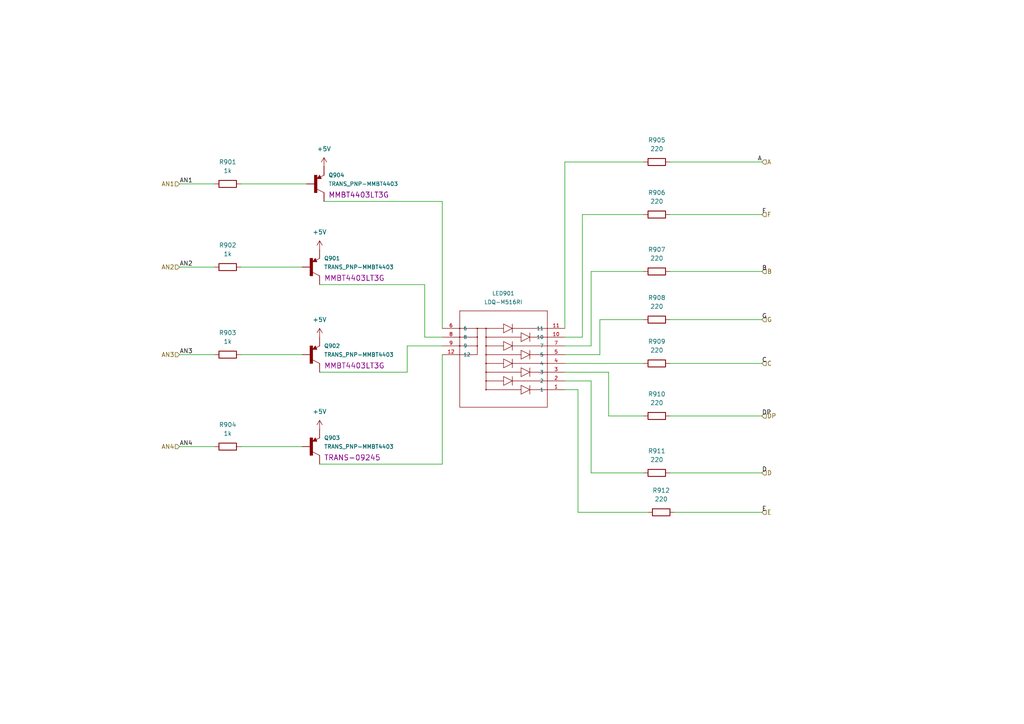
<source format=kicad_sch>
(kicad_sch (version 20211123) (generator eeschema)
  (paper "A4")
  (lib_symbols
    (symbol "Device:R" (pin_numbers hide) (pin_names (offset 0))
      (property "Reference" "R" (at 2.032 0 90))
      (property "Value" "R" (at 0 0 90))
      (symbol "R_0_1"
        (rectangle (start -1.016 -2.54) (end 1.016 2.54) (stroke (width 0.254)))
      )
      (symbol "R_1_1"
        (pin passive line (at 0 3.81 270) (length 1.27) (name "~") (number "1"))
        (pin passive line (at 0 -3.81 90) (length 1.27) (name "~") (number "2"))
      )
    )
    (symbol "LDQ-M516RI:LDQ-M516RI" (pin_names (offset 1.016))
      (property "Reference" "LED" (at 15.5956 9.1186 0))
      (property "Value" "LDQ-M516RI" (at 14.9606 6.5786 0))
      (symbol "LDQ-M516RI_1_0"
        (polyline (pts (xy 7.62 -22.86) (xy 33.02 -22.86)))
        (polyline (pts (xy 7.62 -7.62) (xy 7.62 -22.86)))
        (polyline (pts (xy 7.62 -7.62) (xy 12.7 -7.62)))
        (polyline (pts (xy 7.62 -5.08) (xy 7.62 -7.62)))
        (polyline (pts (xy 7.62 -2.54) (xy 7.62 -5.08)))
        (polyline (pts (xy 7.62 -2.54) (xy 7.747 -2.54)))
        (polyline (pts (xy 7.62 0) (xy 7.62 -2.54)))
        (polyline (pts (xy 7.62 0) (xy 7.747 0)))
        (polyline (pts (xy 7.62 5.08) (xy 7.62 0)))
        (polyline (pts (xy 7.747 -5.08) (xy 7.62 -5.08)))
        (polyline (pts (xy 7.747 -2.54) (xy 12.573 -2.54)))
        (polyline (pts (xy 7.747 0) (xy 12.573 0)))
        (polyline (pts (xy 12.573 -5.08) (xy 7.747 -5.08)))
        (polyline (pts (xy 12.573 -2.54) (xy 12.7 -2.54)))
        (polyline (pts (xy 12.573 0) (xy 12.7 0)))
        (polyline (pts (xy 12.7 -7.62) (xy 12.7 -5.08)))
        (polyline (pts (xy 12.7 -5.08) (xy 12.573 -5.08)))
        (polyline (pts (xy 12.7 -5.08) (xy 12.7 -2.54)))
        (polyline (pts (xy 12.7 -2.54) (xy 12.7 0)))
        (polyline (pts (xy 12.7 0) (xy 12.827 0)))
        (polyline (pts (xy 12.827 0) (xy 15.113 0)))
        (polyline (pts (xy 15.113 0) (xy 15.24 0)))
        (polyline (pts (xy 15.24 -17.78) (xy 15.367 -17.78)))
        (polyline (pts (xy 15.24 -15.24) (xy 15.24 -17.78)))
        (polyline (pts (xy 15.24 -15.24) (xy 15.367 -15.24)))
        (polyline (pts (xy 15.24 -12.7) (xy 15.24 -15.24)))
        (polyline (pts (xy 15.24 -12.7) (xy 15.367 -12.7)))
        (polyline (pts (xy 15.24 -10.16) (xy 15.24 -12.7)))
        (polyline (pts (xy 15.24 -10.16) (xy 15.367 -10.16)))
        (polyline (pts (xy 15.24 -7.62) (xy 15.24 -10.16)))
        (polyline (pts (xy 15.24 -7.62) (xy 15.367 -7.62)))
        (polyline (pts (xy 15.24 -5.08) (xy 15.24 -7.62)))
        (polyline (pts (xy 15.24 -5.08) (xy 15.367 -5.08)))
        (polyline (pts (xy 15.24 -2.54) (xy 15.24 -5.08)))
        (polyline (pts (xy 15.24 -2.54) (xy 15.367 -2.54)))
        (polyline (pts (xy 15.24 0) (xy 15.24 -2.54)))
        (polyline (pts (xy 15.24 0) (xy 15.367 0)))
        (polyline (pts (xy 15.367 -17.78) (xy 25.4 -17.78)))
        (polyline (pts (xy 15.367 -15.24) (xy 20.32 -15.24)))
        (polyline (pts (xy 15.367 -12.7) (xy 25.4 -12.7)))
        (polyline (pts (xy 15.367 -10.16) (xy 20.32 -10.16)))
        (polyline (pts (xy 15.367 -7.62) (xy 25.4 -7.62)))
        (polyline (pts (xy 15.367 -5.08) (xy 20.32 -5.08)))
        (polyline (pts (xy 15.367 -2.54) (xy 25.4 -2.54)))
        (polyline (pts (xy 15.367 0) (xy 20.32 0)))
        (polyline (pts (xy 20.32 -16.51) (xy 20.32 -13.97)))
        (polyline (pts (xy 20.32 -13.97) (xy 22.86 -15.24)))
        (polyline (pts (xy 20.32 -11.43) (xy 20.32 -8.89)))
        (polyline (pts (xy 20.32 -8.89) (xy 22.86 -10.16)))
        (polyline (pts (xy 20.32 -6.35) (xy 20.32 -3.81)))
        (polyline (pts (xy 20.32 -3.81) (xy 22.86 -5.08)))
        (polyline (pts (xy 20.32 -1.27) (xy 20.32 1.27)))
        (polyline (pts (xy 20.32 1.27) (xy 22.86 0)))
        (polyline (pts (xy 22.86 -16.51) (xy 22.86 -15.24)))
        (polyline (pts (xy 22.86 -15.24) (xy 20.32 -16.51)))
        (polyline (pts (xy 22.86 -15.24) (xy 22.86 -13.97)))
        (polyline (pts (xy 22.86 -15.24) (xy 33.02 -15.24)))
        (polyline (pts (xy 22.86 -11.43) (xy 22.86 -10.16)))
        (polyline (pts (xy 22.86 -10.16) (xy 20.32 -11.43)))
        (polyline (pts (xy 22.86 -10.16) (xy 22.86 -8.89)))
        (polyline (pts (xy 22.86 -10.16) (xy 33.02 -10.16)))
        (polyline (pts (xy 22.86 -6.35) (xy 22.86 -5.08)))
        (polyline (pts (xy 22.86 -5.08) (xy 20.32 -6.35)))
        (polyline (pts (xy 22.86 -5.08) (xy 22.86 -3.81)))
        (polyline (pts (xy 22.86 -5.08) (xy 33.02 -5.08)))
        (polyline (pts (xy 22.86 -1.27) (xy 22.86 0)))
        (polyline (pts (xy 22.86 0) (xy 20.32 -1.27)))
        (polyline (pts (xy 22.86 0) (xy 22.86 1.27)))
        (polyline (pts (xy 22.86 0) (xy 33.02 0)))
        (polyline (pts (xy 25.4 -19.05) (xy 25.4 -16.51)))
        (polyline (pts (xy 25.4 -16.51) (xy 27.94 -17.78)))
        (polyline (pts (xy 25.4 -13.97) (xy 25.4 -11.43)))
        (polyline (pts (xy 25.4 -11.43) (xy 27.94 -12.7)))
        (polyline (pts (xy 25.4 -8.89) (xy 25.4 -6.35)))
        (polyline (pts (xy 25.4 -6.35) (xy 27.94 -7.62)))
        (polyline (pts (xy 25.4 -3.81) (xy 25.4 -1.27)))
        (polyline (pts (xy 25.4 -1.27) (xy 27.94 -2.54)))
        (polyline (pts (xy 27.94 -19.05) (xy 27.94 -17.78)))
        (polyline (pts (xy 27.94 -17.78) (xy 25.4 -19.05)))
        (polyline (pts (xy 27.94 -17.78) (xy 27.94 -16.51)))
        (polyline (pts (xy 27.94 -17.78) (xy 33.02 -17.78)))
        (polyline (pts (xy 27.94 -13.97) (xy 27.94 -12.7)))
        (polyline (pts (xy 27.94 -12.7) (xy 25.4 -13.97)))
        (polyline (pts (xy 27.94 -12.7) (xy 27.94 -11.43)))
        (polyline (pts (xy 27.94 -12.7) (xy 33.02 -12.7)))
        (polyline (pts (xy 27.94 -8.89) (xy 27.94 -7.62)))
        (polyline (pts (xy 27.94 -7.62) (xy 25.4 -8.89)))
        (polyline (pts (xy 27.94 -7.62) (xy 27.94 -6.35)))
        (polyline (pts (xy 27.94 -7.62) (xy 33.02 -7.62)))
        (polyline (pts (xy 27.94 -3.81) (xy 27.94 -2.54)))
        (polyline (pts (xy 27.94 -2.54) (xy 25.4 -3.81)))
        (polyline (pts (xy 27.94 -2.54) (xy 27.94 -1.27)))
        (polyline (pts (xy 27.94 -2.54) (xy 33.02 -2.54)))
        (polyline (pts (xy 33.02 -22.86) (xy 33.02 -17.78)))
        (polyline (pts (xy 33.02 -17.78) (xy 33.02 -15.24)))
        (polyline (pts (xy 33.02 -15.24) (xy 33.02 -12.7)))
        (polyline (pts (xy 33.02 -12.7) (xy 33.02 -10.16)))
        (polyline (pts (xy 33.02 -10.16) (xy 33.02 -7.62)))
        (polyline (pts (xy 33.02 -7.62) (xy 33.02 -5.08)))
        (polyline (pts (xy 33.02 -5.08) (xy 33.02 -2.54)))
        (polyline (pts (xy 33.02 -2.54) (xy 33.02 0)))
        (polyline (pts (xy 33.02 0) (xy 33.02 5.08)))
        (polyline (pts (xy 33.02 5.08) (xy 7.62 5.08)))
      )
      (symbol "LDQ-M516RI_1_1"
        (arc (start 7.493 -5.08) (mid 7.62 -5.207) (end 7.747 -5.08))
        (arc (start 7.493 -5.08) (mid 7.62 -5.207) (end 7.747 -5.08))
        (arc (start 7.493 -2.54) (mid 7.62 -2.667) (end 7.747 -2.54))
        (arc (start 7.493 0) (mid 7.62 -0.127) (end 7.747 0))
        (arc (start 7.747 -5.08) (mid 7.62 -4.953) (end 7.493 -5.08))
        (arc (start 7.747 -5.08) (mid 7.62 -4.953) (end 7.493 -5.08))
        (arc (start 7.747 -2.54) (mid 7.62 -2.413) (end 7.493 -2.54))
        (arc (start 7.747 0) (mid 7.62 0.127) (end 7.493 0))
        (arc (start 12.573 -5.08) (mid 12.7 -5.207) (end 12.827 -5.08))
        (arc (start 12.573 -2.54) (mid 12.7 -2.667) (end 12.827 -2.54))
        (arc (start 12.573 0) (mid 12.7 -0.127) (end 12.827 0))
        (arc (start 12.827 -5.08) (mid 12.7 -4.953) (end 12.573 -5.08))
        (arc (start 12.827 -2.54) (mid 12.7 -2.413) (end 12.573 -2.54))
        (arc (start 12.827 0) (mid 12.7 0.127) (end 12.573 0))
        (arc (start 15.113 -17.78) (mid 15.24 -17.907) (end 15.367 -17.78))
        (arc (start 15.113 -15.24) (mid 15.24 -15.367) (end 15.367 -15.24))
        (arc (start 15.113 -12.7) (mid 15.24 -12.827) (end 15.367 -12.7))
        (arc (start 15.113 -10.16) (mid 15.24 -10.287) (end 15.367 -10.16))
        (arc (start 15.113 -7.62) (mid 15.24 -7.747) (end 15.367 -7.62))
        (arc (start 15.113 -5.08) (mid 15.24 -5.207) (end 15.367 -5.08))
        (arc (start 15.113 -2.54) (mid 15.24 -2.667) (end 15.367 -2.54))
        (arc (start 15.113 0) (mid 15.24 -0.127) (end 15.367 0))
        (arc (start 15.367 -17.78) (mid 15.24 -17.653) (end 15.113 -17.78))
        (arc (start 15.367 -15.24) (mid 15.24 -15.113) (end 15.113 -15.24))
        (arc (start 15.367 -12.7) (mid 15.24 -12.573) (end 15.113 -12.7))
        (arc (start 15.367 -10.16) (mid 15.24 -10.033) (end 15.113 -10.16))
        (arc (start 15.367 -7.62) (mid 15.24 -7.493) (end 15.113 -7.62))
        (arc (start 15.367 -5.08) (mid 15.24 -4.953) (end 15.113 -5.08))
        (arc (start 15.367 -2.54) (mid 15.24 -2.413) (end 15.113 -2.54))
        (arc (start 15.367 0) (mid 15.24 0.127) (end 15.113 0))
        (pin passive line (at 38.1 -17.78 180) (length 5.08) (name "1") (number "1"))
        (pin passive line (at 38.1 -2.54 180) (length 5.08) (name "10") (number "10"))
        (pin passive line (at 38.1 0 180) (length 5.08) (name "11") (number "11"))
        (pin passive line (at 2.54 -7.62 0) (length 5.08) (name "12") (number "12"))
        (pin passive line (at 38.1 -15.24 180) (length 5.08) (name "2") (number "2"))
        (pin passive line (at 38.1 -12.7 180) (length 5.08) (name "3") (number "3"))
        (pin passive line (at 38.1 -10.16 180) (length 5.08) (name "4") (number "4"))
        (pin passive line (at 38.1 -7.62 180) (length 5.08) (name "5") (number "5"))
        (pin passive line (at 2.54 0 0) (length 5.08) (name "6") (number "6"))
        (pin passive line (at 38.1 -5.08 180) (length 5.08) (name "7") (number "7"))
        (pin passive line (at 2.54 -2.54 0) (length 5.08) (name "8") (number "8"))
        (pin passive line (at 2.54 -5.08 0) (length 5.08) (name "9") (number "9"))
      )
    )
    (symbol "SparkFun-DiscreteSemi:TRANS_PNP-MMBT4403" (pin_numbers hide) (pin_names (offset 1.016) hide)
      (property "Reference" "Q" (at 3.81 3.81 0))
      (property "Value" "TRANS_PNP-MMBT4403" (at 3.81 -5.08 0))
      (property "Field4" "TRANS-09245" (at 0 7.62 0))
      (symbol "TRANS_PNP-MMBT4403_1_0"
        (polyline (pts (xy 0.508 -1.524) (xy 2.54 -2.54)))
        (polyline (pts (xy 2.54 2.54) (xy 0.508 1.524)))
      )
      (symbol "TRANS_PNP-MMBT4403_1_1"
        (rectangle (start -0.254 -2.54) (end 0.508 2.54) (fill (type outline)))
        (polyline (pts (xy 1.27 2.54) (xy 1.778 1.524) (xy 0.508 1.524) (xy 1.27 2.54)) (fill (type outline)))
        (pin passive line (at -2.54 0 0) (length 2.54) (name "B") (number "1"))
        (pin passive line (at 2.54 5.08 270) (length 2.54) (name "E") (number "2"))
        (pin passive line (at 2.54 -5.08 90) (length 2.54) (name "C") (number "3"))
      )
    )
    (symbol "power:+5V" (power) (pin_names (offset 0))
      (property "Value" "+5V" (at 0 3.556 0))
      (symbol "+5V_0_1"
        (polyline (pts (xy -0.762 1.27) (xy 0 2.54)))
        (polyline (pts (xy 0 0) (xy 0 2.54)))
        (polyline (pts (xy 0 2.54) (xy 0.762 1.27)))
      )
      (symbol "+5V_1_1"
        (pin power_in line (at 0 0 90) (length 0) hide (name "+5V") (number "1"))
      )
    )
  )
  (wire (pts (xy 171.45 110.49) (xy 163.83 110.49)))
  (wire (pts (xy 163.83 95.25) (xy 163.83 46.99)))
  (wire (pts (xy 163.83 113.03) (xy 167.64 113.03)))
  (wire (pts (xy 194.31 78.74) (xy 220.98 78.74)))
  (wire (pts (xy 171.45 78.74) (xy 186.69 78.74)))
  (wire (pts (xy 69.85 129.54) (xy 87.63 129.54)))
  (wire (pts (xy 194.31 120.65) (xy 220.98 120.65)))
  (wire (pts (xy 52.07 129.54) (xy 62.23 129.54)))
  (wire (pts (xy 194.31 62.23) (xy 220.98 62.23)))
  (wire (pts (xy 173.99 102.87) (xy 163.83 102.87)))
  (wire (pts (xy 69.85 77.47) (xy 87.63 77.47)))
  (wire (pts (xy 176.53 107.95) (xy 176.53 120.65)))
  (wire (pts (xy 171.45 137.16) (xy 171.45 110.49)))
  (wire (pts (xy 128.27 134.62) (xy 128.27 102.87)))
  (wire (pts (xy 118.11 100.33) (xy 118.11 107.95)))
  (wire (pts (xy 173.99 92.71) (xy 173.99 102.87)))
  (wire (pts (xy 128.27 100.33) (xy 118.11 100.33)))
  (wire (pts (xy 128.27 58.42) (xy 128.27 95.25)))
  (wire (pts (xy 171.45 78.74) (xy 171.45 100.33)))
  (wire (pts (xy 176.53 120.65) (xy 186.69 120.65)))
  (wire (pts (xy 163.83 46.99) (xy 186.69 46.99)))
  (wire (pts (xy 52.07 102.87) (xy 62.23 102.87)))
  (wire (pts (xy 52.07 77.47) (xy 62.23 77.47)))
  (wire (pts (xy 168.91 97.79) (xy 163.83 97.79)))
  (wire (pts (xy 195.58 148.59) (xy 220.98 148.59)))
  (wire (pts (xy 123.19 97.79) (xy 128.27 97.79)))
  (wire (pts (xy 92.71 134.62) (xy 128.27 134.62)))
  (wire (pts (xy 171.45 100.33) (xy 163.83 100.33)))
  (wire (pts (xy 194.31 92.71) (xy 220.98 92.71)))
  (wire (pts (xy 167.64 148.59) (xy 187.96 148.59)))
  (wire (pts (xy 92.71 82.55) (xy 123.19 82.55)))
  (wire (pts (xy 52.07 53.34) (xy 62.23 53.34)))
  (wire (pts (xy 118.11 107.95) (xy 92.71 107.95)))
  (wire (pts (xy 194.31 46.99) (xy 220.98 46.99)))
  (wire (pts (xy 168.91 62.23) (xy 168.91 97.79)))
  (wire (pts (xy 167.64 113.03) (xy 167.64 148.59)))
  (wire (pts (xy 69.85 53.34) (xy 88.9 53.34)))
  (wire (pts (xy 123.19 82.55) (xy 123.19 97.79)))
  (wire (pts (xy 163.83 107.95) (xy 176.53 107.95)))
  (wire (pts (xy 194.31 137.16) (xy 220.98 137.16)))
  (wire (pts (xy 173.99 92.71) (xy 186.69 92.71)))
  (wire (pts (xy 194.31 105.41) (xy 220.98 105.41)))
  (wire (pts (xy 69.85 102.87) (xy 87.63 102.87)))
  (wire (pts (xy 168.91 62.23) (xy 186.69 62.23)))
  (wire (pts (xy 93.98 58.42) (xy 128.27 58.42)))
  (wire (pts (xy 171.45 137.16) (xy 186.69 137.16)))
  (wire (pts (xy 163.83 105.41) (xy 186.69 105.41)))
  (label "C" (at 220.98 105.41 0))
  (label "B" (at 220.98 78.74 0))
  (label "AN4" (at 52.07 129.54 0))
  (label "AN1" (at 52.07 53.34 0))
  (label "A" (at 219.71 46.99 0))
  (label "DP" (at 220.98 120.65 0))
  (label "D" (at 220.98 137.16 0))
  (label "E" (at 220.98 148.59 0))
  (label "G" (at 220.98 92.71 0))
  (label "F" (at 220.98 62.23 0))
  (label "AN2" (at 52.07 77.47 0))
  (label "AN3" (at 52.07 102.87 0))
  (hierarchical_label "AN1" (shape input) (at 52.07 53.34 180))
  (hierarchical_label "F" (shape input) (at 220.98 62.23 0))
  (hierarchical_label "B" (shape input) (at 220.98 78.74 0))
  (hierarchical_label "AN4" (shape input) (at 52.07 129.54 180))
  (hierarchical_label "AN2" (shape input) (at 52.07 77.47 180))
  (hierarchical_label "C" (shape input) (at 220.98 105.41 0))
  (hierarchical_label "D" (shape input) (at 220.98 137.16 0))
  (hierarchical_label "G" (shape input) (at 220.98 92.71 0))
  (hierarchical_label "DP" (shape input) (at 220.98 120.65 0))
  (hierarchical_label "A" (shape input) (at 220.98 46.99 0))
  (hierarchical_label "AN3" (shape input) (at 52.07 102.87 180))
  (hierarchical_label "E" (shape input) (at 220.98 148.59 0))
  (symbol (lib_id "LDQ-M516RI:LDQ-M516RI") (at 125.73 95.25 0) (unit 1)
    (property "Reference" "LED901" (at 145.9865 85.09 0) (effects (font (size 1.143 1.143))))
    (property "Value" "LDQ-M516RI" (at 145.9865 87.63 0) (effects (font (size 1.143 1.143))))
    (property "Footprint" "Custom:DIPS1524W50P254L5030H800Q12N" (effects hide))
  )
  (symbol (lib_id "Device:R") (at 191.77 148.59 90) (unit 1)
    (property "Reference" "R912" (at 191.77 142.24 90))
    (property "Value" "220" (at 191.77 144.78 90))
    (property "Footprint" "Resistor_SMD:R_0603_1608Metric" (effects hide))
    (property "Manufacturer_Name" "UNI-ROYAL(Uniroyal Elec)" (effects hide))
    (property "Manufacturer_Part_Number" "0603WAF2200T5E" (effects hide))
  )
  (symbol (lib_id "power:+5V") (at 92.71 124.46 0) (unit 1)
    (property "Reference" "#PWR0903" (effects hide))
    (property "Value" "+5V" (at 92.71 119.38 0))
  )
  (symbol (lib_id "SparkFun-DiscreteSemi:TRANS_PNP-MMBT4403") (at 91.44 53.34 0) (unit 1)
    (property "Reference" "Q904" (at 95.25 50.8 0) (effects (font (size 1.143 1.143)) (justify left)))
    (property "Value" "TRANS_PNP-MMBT4403" (at 95.25 53.34 0) (effects (font (size 1.143 1.143)) (justify left)))
    (property "Footprint" "Package_TO_SOT_SMD:SOT-23" (effects hide))
    (property "Field4" "MMBT4403LT3G" (at 95.25 56.515 0) (effects (font (size 1.524 1.524)) (justify left)))
  )
  (symbol (lib_id "Device:R") (at 190.5 137.16 90) (unit 1)
    (property "Reference" "R911" (at 190.5 130.81 90))
    (property "Value" "220" (at 190.5 133.35 90))
    (property "Footprint" "Resistor_SMD:R_0603_1608Metric" (effects hide))
    (property "Manufacturer_Name" "UNI-ROYAL(Uniroyal Elec)" (effects hide))
    (property "Manufacturer_Part_Number" "0603WAF2200T5E" (effects hide))
  )
  (symbol (lib_id "Device:R") (at 66.04 77.47 90) (unit 1)
    (property "Reference" "R902" (at 66.04 71.12 90))
    (property "Value" "1k" (at 66.04 73.66 90))
    (property "Footprint" "Resistor_SMD:R_0603_1608Metric" (effects hide))
    (property "Manufacturer_Name" "UNI-ROYAL(Uniroyal Elec)" (effects hide))
    (property "Manufacturer_Part_Number" "0603WAF1001T5E" (effects hide))
  )
  (symbol (lib_id "Device:R") (at 190.5 78.74 90) (unit 1)
    (property "Reference" "R907" (at 190.5 72.39 90))
    (property "Value" "220" (at 190.5 74.93 90))
    (property "Footprint" "Resistor_SMD:R_0603_1608Metric" (effects hide))
    (property "Manufacturer_Name" "UNI-ROYAL(Uniroyal Elec)" (effects hide))
    (property "Manufacturer_Part_Number" "0603WAF2200T5E" (effects hide))
  )
  (symbol (lib_id "Device:R") (at 66.04 53.34 90) (unit 1)
    (property "Reference" "R901" (at 66.04 46.99 90))
    (property "Value" "1k" (at 66.04 49.53 90))
    (property "Footprint" "Resistor_SMD:R_0603_1608Metric" (effects hide))
    (property "Manufacturer_Name" "UNI-ROYAL(Uniroyal Elec)" (effects hide))
    (property "Manufacturer_Part_Number" "0603WAF1001T5E" (effects hide))
  )
  (symbol (lib_id "SparkFun-DiscreteSemi:TRANS_PNP-MMBT4403") (at 90.17 129.54 0) (unit 1)
    (property "Reference" "Q903" (at 93.98 127 0) (effects (font (size 1.143 1.143)) (justify left)))
    (property "Value" "TRANS_PNP-MMBT4403" (at 93.98 129.54 0) (effects (font (size 1.143 1.143)) (justify left)))
    (property "Footprint" "Package_TO_SOT_SMD:SOT-23" (effects hide))
    (property "Field4" "TRANS-09245" (at 93.98 132.715 0) (effects (font (size 1.524 1.524)) (justify left)))
  )
  (symbol (lib_id "power:+5V") (at 93.98 48.26 0) (unit 1)
    (property "Reference" "#PWR0904" (effects hide))
    (property "Value" "+5V" (at 93.98 43.18 0))
  )
  (symbol (lib_id "Device:R") (at 66.04 129.54 90) (unit 1)
    (property "Reference" "R904" (at 66.04 123.19 90))
    (property "Value" "1k" (at 66.04 125.73 90))
    (property "Footprint" "Resistor_SMD:R_0603_1608Metric" (effects hide))
    (property "Manufacturer_Name" "UNI-ROYAL(Uniroyal Elec)" (effects hide))
    (property "Manufacturer_Part_Number" "0603WAF1001T5E" (effects hide))
  )
  (symbol (lib_id "SparkFun-DiscreteSemi:TRANS_PNP-MMBT4403") (at 90.17 102.87 0) (unit 1)
    (property "Reference" "Q902" (at 93.98 100.33 0) (effects (font (size 1.143 1.143)) (justify left)))
    (property "Value" "TRANS_PNP-MMBT4403" (at 93.98 102.87 0) (effects (font (size 1.143 1.143)) (justify left)))
    (property "Footprint" "Package_TO_SOT_SMD:SOT-23" (effects hide))
    (property "Field4" "MMBT4403LT3G" (at 93.98 106.045 0) (effects (font (size 1.524 1.524)) (justify left)))
  )
  (symbol (lib_id "power:+5V") (at 92.71 72.39 0) (unit 1)
    (property "Reference" "#PWR0901" (effects hide))
    (property "Value" "+5V" (at 92.71 67.31 0))
  )
  (symbol (lib_id "Device:R") (at 190.5 62.23 90) (unit 1)
    (property "Reference" "R906" (at 190.5 55.88 90))
    (property "Value" "220" (at 190.5 58.42 90))
    (property "Footprint" "Resistor_SMD:R_0603_1608Metric" (effects hide))
    (property "Manufacturer_Name" "UNI-ROYAL(Uniroyal Elec)" (effects hide))
    (property "Manufacturer_Part_Number" "0603WAF2200T5E" (effects hide))
  )
  (symbol (lib_id "SparkFun-DiscreteSemi:TRANS_PNP-MMBT4403") (at 90.17 77.47 0) (unit 1)
    (property "Reference" "Q901" (at 93.98 74.93 0) (effects (font (size 1.143 1.143)) (justify left)))
    (property "Value" "TRANS_PNP-MMBT4403" (at 93.98 77.47 0) (effects (font (size 1.143 1.143)) (justify left)))
    (property "Footprint" "Package_TO_SOT_SMD:SOT-23" (effects hide))
    (property "Field4" "MMBT4403LT3G" (at 93.98 80.645 0) (effects (font (size 1.524 1.524)) (justify left)))
  )
  (symbol (lib_id "power:+5V") (at 92.71 97.79 0) (unit 1)
    (property "Reference" "#PWR0902" (effects hide))
    (property "Value" "+5V" (at 92.71 92.71 0))
  )
  (symbol (lib_id "Device:R") (at 190.5 120.65 90) (unit 1)
    (property "Reference" "R910" (at 190.5 114.3 90))
    (property "Value" "220" (at 190.5 116.84 90))
    (property "Footprint" "Resistor_SMD:R_0603_1608Metric" (effects hide))
    (property "Manufacturer_Name" "UNI-ROYAL(Uniroyal Elec)" (effects hide))
    (property "Manufacturer_Part_Number" "0603WAF2200T5E" (effects hide))
  )
  (symbol (lib_id "Device:R") (at 190.5 46.99 90) (unit 1)
    (property "Reference" "R905" (at 190.5 40.64 90))
    (property "Value" "220" (at 190.5 43.18 90))
    (property "Footprint" "Resistor_SMD:R_0603_1608Metric" (effects hide))
    (property "Manufacturer_Name" "UNI-ROYAL(Uniroyal Elec)" (effects hide))
    (property "Manufacturer_Part_Number" "0603WAF2200T5E" (effects hide))
  )
  (symbol (lib_id "Device:R") (at 190.5 92.71 90) (unit 1)
    (property "Reference" "R908" (at 190.5 86.36 90))
    (property "Value" "220" (at 190.5 88.9 90))
    (property "Footprint" "Resistor_SMD:R_0603_1608Metric" (effects hide))
    (property "Manufacturer_Name" "UNI-ROYAL(Uniroyal Elec)" (effects hide))
    (property "Manufacturer_Part_Number" "0603WAF2200T5E" (effects hide))
  )
  (symbol (lib_id "Device:R") (at 190.5 105.41 90) (unit 1)
    (property "Reference" "R909" (at 190.5 99.06 90))
    (property "Value" "220" (at 190.5 101.6 90))
    (property "Footprint" "Resistor_SMD:R_0603_1608Metric" (effects hide))
    (property "Manufacturer_Name" "UNI-ROYAL(Uniroyal Elec)" (effects hide))
    (property "Manufacturer_Part_Number" "0603WAF2200T5E" (effects hide))
  )
  (symbol (lib_id "Device:R") (at 66.04 102.87 90) (unit 1)
    (property "Reference" "R903" (at 66.04 96.52 90))
    (property "Value" "1k" (at 66.04 99.06 90))
    (property "Footprint" "Resistor_SMD:R_0603_1608Metric" (effects hide))
    (property "Manufacturer_Name" "UNI-ROYAL(Uniroyal Elec)" (effects hide))
    (property "Manufacturer_Part_Number" "0603WAF1001T5E" (effects hide))
  )
)
</source>
